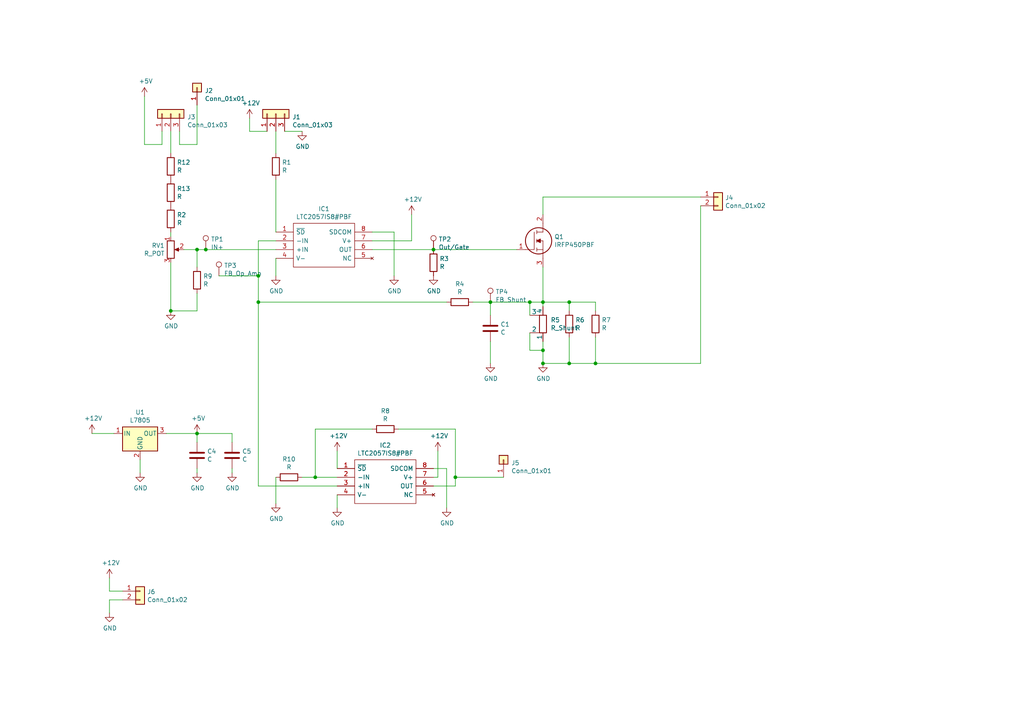
<source format=kicad_sch>
(kicad_sch (version 20211123) (generator eeschema)
  (paper "A4")
  (lib_symbols
    (symbol "Connector:TestPoint" (pin_numbers hide) (pin_names (offset 0.762) hide)
      (property "Reference" "TP" (at 0 6.858 0))
      (property "Value" "TestPoint" (at 0 5.08 0))
      (symbol "TestPoint_0_1"
        (circle (center 0 3.302) (radius 0.762))
      )
      (symbol "TestPoint_1_1"
        (pin passive line (at 0 0 90) (length 2.54) (name "1") (number "1"))
      )
    )
    (symbol "Connector_Generic:Conn_01x01" (pin_names (offset 1.016) hide)
      (property "Reference" "J" (at 0 2.54 0))
      (property "Value" "Conn_01x01" (at 0 -2.54 0))
      (symbol "Conn_01x01_1_1"
        (rectangle (start -1.27 0.127) (end 0 -0.127) (stroke (width 0.1524)))
        (rectangle (start -1.27 1.27) (end 1.27 -1.27) (stroke (width 0.254)) (fill (type background)))
        (pin passive line (at -5.08 0 0) (length 3.81) (name "Pin_1") (number "1"))
      )
    )
    (symbol "Connector_Generic:Conn_01x02" (pin_names (offset 1.016) hide)
      (property "Reference" "J" (at 0 2.54 0))
      (property "Value" "Conn_01x02" (at 0 -5.08 0))
      (symbol "Conn_01x02_1_1"
        (rectangle (start -1.27 -2.413) (end 0 -2.667) (stroke (width 0.1524)))
        (rectangle (start -1.27 0.127) (end 0 -0.127) (stroke (width 0.1524)))
        (rectangle (start -1.27 1.27) (end 1.27 -3.81) (stroke (width 0.254)) (fill (type background)))
        (pin passive line (at -5.08 0 0) (length 3.81) (name "Pin_1") (number "1"))
        (pin passive line (at -5.08 -2.54 0) (length 3.81) (name "Pin_2") (number "2"))
      )
    )
    (symbol "Connector_Generic:Conn_01x03" (pin_names (offset 1.016) hide)
      (property "Reference" "J" (at 0 5.08 0))
      (property "Value" "Conn_01x03" (at 0 -5.08 0))
      (symbol "Conn_01x03_1_1"
        (rectangle (start -1.27 -2.413) (end 0 -2.667) (stroke (width 0.1524)))
        (rectangle (start -1.27 0.127) (end 0 -0.127) (stroke (width 0.1524)))
        (rectangle (start -1.27 2.667) (end 0 2.413) (stroke (width 0.1524)))
        (rectangle (start -1.27 3.81) (end 1.27 -3.81) (stroke (width 0.254)) (fill (type background)))
        (pin passive line (at -5.08 2.54 0) (length 3.81) (name "Pin_1") (number "1"))
        (pin passive line (at -5.08 0 0) (length 3.81) (name "Pin_2") (number "2"))
        (pin passive line (at -5.08 -2.54 0) (length 3.81) (name "Pin_3") (number "3"))
      )
    )
    (symbol "Device:C" (pin_numbers hide) (pin_names (offset 0.254))
      (property "Reference" "C" (at 0.635 2.54 0))
      (property "Value" "C" (at 0.635 -2.54 0))
      (symbol "C_0_1"
        (polyline (pts (xy -2.032 -0.762) (xy 2.032 -0.762)) (stroke (width 0.508)))
        (polyline (pts (xy -2.032 0.762) (xy 2.032 0.762)) (stroke (width 0.508)))
      )
      (symbol "C_1_1"
        (pin passive line (at 0 3.81 270) (length 2.794) (name "~") (number "1"))
        (pin passive line (at 0 -3.81 90) (length 2.794) (name "~") (number "2"))
      )
    )
    (symbol "Device:R" (pin_numbers hide) (pin_names (offset 0))
      (property "Reference" "R" (at 2.032 0 90))
      (property "Value" "R" (at 0 0 90))
      (symbol "R_0_1"
        (rectangle (start -1.016 -2.54) (end 1.016 2.54) (stroke (width 0.254)))
      )
      (symbol "R_1_1"
        (pin passive line (at 0 3.81 270) (length 1.27) (name "~") (number "1"))
        (pin passive line (at 0 -3.81 90) (length 1.27) (name "~") (number "2"))
      )
    )
    (symbol "Device:R_POT" (pin_names (offset 1.016) hide)
      (property "Reference" "RV" (at -4.445 0 90))
      (property "Value" "Device_R_POT" (at -2.54 0 90))
      (symbol "R_POT_0_1"
        (polyline (pts (xy 2.54 0) (xy 1.524 0)))
        (polyline (pts (xy 1.143 0) (xy 2.286 0.508) (xy 2.286 -0.508) (xy 1.143 0)) (fill (type outline)))
        (rectangle (start 1.016 2.54) (end -1.016 -2.54) (stroke (width 0.254)))
      )
      (symbol "R_POT_1_1"
        (pin passive line (at 0 3.81 270) (length 1.27) (name "1") (number "1"))
        (pin passive line (at 3.81 0 180) (length 1.27) (name "2") (number "2"))
        (pin passive line (at 0 -3.81 90) (length 1.27) (name "3") (number "3"))
      )
    )
    (symbol "Device:R_Shunt" (pin_numbers hide) (pin_names (offset 0))
      (property "Reference" "R" (at -4.445 0 90))
      (property "Value" "R_Shunt" (at -2.54 0 90))
      (symbol "R_Shunt_0_1"
        (rectangle (start -1.016 -2.54) (end 1.016 2.54) (stroke (width 0.254)))
        (polyline (pts (xy 0 -2.54) (xy 1.27 -2.54)))
        (polyline (pts (xy 1.27 2.54) (xy 0 2.54)))
      )
      (symbol "R_Shunt_1_1"
        (pin passive line (at 0 5.08 270) (length 2.54) (name "1") (number "1"))
        (pin passive line (at 3.81 2.54 180) (length 2.54) (name "2") (number "2"))
        (pin passive line (at 3.81 -2.54 180) (length 2.54) (name "3") (number "3"))
        (pin passive line (at 0 -5.08 90) (length 2.54) (name "4") (number "4"))
      )
    )
    (symbol "Regulator_Linear:L7805" (pin_names (offset 0.254))
      (property "Reference" "U" (at -3.81 3.175 0))
      (property "Value" "L7805" (at 0 3.175 0))
      (symbol "L7805_0_1"
        (rectangle (start -5.08 1.905) (end 5.08 -5.08) (stroke (width 0.254)) (fill (type background)))
      )
      (symbol "L7805_1_1"
        (pin power_in line (at -7.62 0 0) (length 2.54) (name "IN") (number "1"))
        (pin power_in line (at 0 -7.62 90) (length 2.54) (name "GND") (number "2"))
        (pin power_out line (at 7.62 0 180) (length 2.54) (name "OUT") (number "3"))
      )
    )
    (symbol "SamacSys_Parts:IRFP450PBF" (pin_names (offset 0.762))
      (property "Reference" "Q" (at 11.43 3.81 0))
      (property "Value" "SamacSys_Parts_IRFP450PBF" (at 11.43 1.27 0))
      (symbol "IRFP450PBF_0_0"
        (pin passive line (at 0 0 0) (length 2.54) (name "~") (number "1"))
        (pin passive line (at 7.62 10.16 270) (length 2.54) (name "~") (number "2"))
        (pin passive line (at 7.62 -5.08 90) (length 2.54) (name "~") (number "3"))
      )
      (symbol "IRFP450PBF_0_1"
        (polyline (pts (xy 5.842 -0.508) (xy 5.842 0.508)) (stroke (width 0.1524)))
        (polyline (pts (xy 5.842 0) (xy 7.62 0)) (stroke (width 0.1524)))
        (polyline (pts (xy 5.842 2.032) (xy 5.842 3.048)) (stroke (width 0.1524)))
        (polyline (pts (xy 5.842 5.588) (xy 5.842 4.572)) (stroke (width 0.1524)))
        (polyline (pts (xy 7.62 2.54) (xy 5.842 2.54)) (stroke (width 0.1524)))
        (polyline (pts (xy 7.62 2.54) (xy 7.62 -2.54)) (stroke (width 0.1524)))
        (polyline (pts (xy 7.62 5.08) (xy 5.842 5.08)) (stroke (width 0.1524)))
        (polyline (pts (xy 7.62 5.08) (xy 7.62 7.62)) (stroke (width 0.1524)))
        (polyline (pts (xy 2.54 0) (xy 5.08 0) (xy 5.08 5.08)) (stroke (width 0.1524)))
        (polyline (pts (xy 5.842 2.54) (xy 6.858 3.048) (xy 6.858 2.032) (xy 5.842 2.54)) (stroke (width 0.254)) (fill (type outline)))
        (circle (center 6.35 2.54) (radius 3.81) (stroke (width 0.254)))
      )
    )
    (symbol "SamacSys_Parts:LTC2057IS8#PBF" (pin_names (offset 0.762))
      (property "Reference" "IC" (at 24.13 7.62 0))
      (property "Value" "SamacSys_Parts_LTC2057IS8#PBF" (at 24.13 5.08 0))
      (symbol "LTC2057IS8#PBF_0_0"
        (pin passive line (at 0 0 0) (length 5.08) (name "~{SD}") (number "1"))
        (pin passive line (at 0 -2.54 0) (length 5.08) (name "-IN") (number "2"))
        (pin passive line (at 0 -5.08 0) (length 5.08) (name "+IN") (number "3"))
        (pin passive line (at 0 -7.62 0) (length 5.08) (name "V-") (number "4"))
        (pin no_connect line (at 27.94 -7.62 180) (length 5.08) (name "NC") (number "5"))
        (pin passive line (at 27.94 -5.08 180) (length 5.08) (name "OUT") (number "6"))
        (pin passive line (at 27.94 -2.54 180) (length 5.08) (name "V+") (number "7"))
        (pin passive line (at 27.94 0 180) (length 5.08) (name "SDCOM") (number "8"))
      )
      (symbol "LTC2057IS8#PBF_0_1"
        (polyline (pts (xy 5.08 2.54) (xy 22.86 2.54) (xy 22.86 -10.16) (xy 5.08 -10.16) (xy 5.08 2.54)) (stroke (width 0.1524)))
      )
    )
    (symbol "power:+12V" (power) (pin_names (offset 0))
      (property "Value" "+12V" (at 0 3.556 0))
      (symbol "+12V_0_1"
        (polyline (pts (xy -0.762 1.27) (xy 0 2.54)))
        (polyline (pts (xy 0 0) (xy 0 2.54)))
        (polyline (pts (xy 0 2.54) (xy 0.762 1.27)))
      )
      (symbol "+12V_1_1"
        (pin power_in line (at 0 0 90) (length 0) hide (name "+12V") (number "1"))
      )
    )
    (symbol "power:+5V" (power) (pin_names (offset 0))
      (property "Value" "+5V" (at 0 3.556 0))
      (symbol "+5V_0_1"
        (polyline (pts (xy -0.762 1.27) (xy 0 2.54)))
        (polyline (pts (xy 0 0) (xy 0 2.54)))
        (polyline (pts (xy 0 2.54) (xy 0.762 1.27)))
      )
      (symbol "+5V_1_1"
        (pin power_in line (at 0 0 90) (length 0) hide (name "+5V") (number "1"))
      )
    )
    (symbol "power:GND" (power) (pin_names (offset 0))
      (property "Value" "GND" (at 0 -3.81 0))
      (symbol "GND_0_1"
        (polyline (pts (xy 0 0) (xy 0 -1.27) (xy 1.27 -1.27) (xy 0 -2.54) (xy -1.27 -1.27) (xy 0 -1.27)))
      )
      (symbol "GND_1_1"
        (pin power_in line (at 0 0 270) (length 0) hide (name "GND") (number "1"))
      )
    )
  )
  (junction (at 74.93 80.01))
  (junction (at 59.69 72.39))
  (junction (at 172.72 105.41))
  (junction (at 57.15 125.73))
  (junction (at 157.48 101.6))
  (junction (at 57.15 72.39))
  (junction (at 125.73 72.39))
  (junction (at 91.44 138.43))
  (junction (at 165.1 105.41))
  (junction (at 165.1 87.63))
  (junction (at 49.53 90.17))
  (junction (at 74.93 87.63))
  (junction (at 153.67 87.63))
  (junction (at 157.48 105.41))
  (junction (at 157.48 87.63))
  (junction (at 142.24 87.63))
  (junction (at 132.08 138.43))
  (wire (pts (xy 125.73 135.89) (xy 129.54 135.89)))
  (wire (pts (xy 74.93 87.63) (xy 74.93 140.97)))
  (wire (pts (xy 153.67 87.63) (xy 157.48 87.63)))
  (wire (pts (xy 46.99 41.91) (xy 46.99 38.1)))
  (wire (pts (xy 165.1 105.41) (xy 165.1 97.79)))
  (wire (pts (xy 31.75 171.45) (xy 35.56 171.45)))
  (wire (pts (xy 72.39 38.1) (xy 77.47 38.1)))
  (wire (pts (xy 114.3 80.01) (xy 114.3 67.31)))
  (wire (pts (xy 157.48 101.6) (xy 157.48 105.41)))
  (wire (pts (xy 52.07 38.1) (xy 52.07 41.91)))
  (wire (pts (xy 57.15 72.39) (xy 59.69 72.39)))
  (wire (pts (xy 80.01 38.1) (xy 80.01 44.45)))
  (wire (pts (xy 57.15 125.73) (xy 67.31 125.73)))
  (wire (pts (xy 80.01 80.01) (xy 80.01 74.93)))
  (wire (pts (xy 142.24 91.44) (xy 142.24 87.63)))
  (wire (pts (xy 49.53 38.1) (xy 49.53 44.45)))
  (wire (pts (xy 119.38 62.23) (xy 119.38 69.85)))
  (wire (pts (xy 74.93 140.97) (xy 97.79 140.97)))
  (wire (pts (xy 82.55 38.1) (xy 87.63 38.1)))
  (wire (pts (xy 97.79 143.51) (xy 97.79 147.32)))
  (wire (pts (xy 40.64 133.35) (xy 40.64 137.16)))
  (wire (pts (xy 52.07 41.91) (xy 57.15 41.91)))
  (wire (pts (xy 33.02 125.73) (xy 26.67 125.73)))
  (wire (pts (xy 67.31 125.73) (xy 67.31 128.27)))
  (wire (pts (xy 49.53 67.31) (xy 49.53 68.58)))
  (wire (pts (xy 165.1 105.41) (xy 172.72 105.41)))
  (wire (pts (xy 132.08 138.43) (xy 146.05 138.43)))
  (wire (pts (xy 132.08 124.46) (xy 132.08 138.43)))
  (wire (pts (xy 57.15 128.27) (xy 57.15 125.73)))
  (wire (pts (xy 157.48 105.41) (xy 165.1 105.41)))
  (wire (pts (xy 142.24 87.63) (xy 153.67 87.63)))
  (wire (pts (xy 91.44 138.43) (xy 91.44 124.46)))
  (wire (pts (xy 41.91 27.94) (xy 41.91 41.91)))
  (wire (pts (xy 203.2 57.15) (xy 157.48 57.15)))
  (wire (pts (xy 115.57 124.46) (xy 132.08 124.46)))
  (wire (pts (xy 127 138.43) (xy 125.73 138.43)))
  (wire (pts (xy 165.1 87.63) (xy 165.1 90.17)))
  (wire (pts (xy 142.24 87.63) (xy 137.16 87.63)))
  (wire (pts (xy 165.1 87.63) (xy 172.72 87.63)))
  (wire (pts (xy 57.15 77.47) (xy 57.15 72.39)))
  (wire (pts (xy 57.15 90.17) (xy 49.53 90.17)))
  (wire (pts (xy 157.48 99.06) (xy 157.48 101.6)))
  (wire (pts (xy 74.93 80.01) (xy 74.93 87.63)))
  (wire (pts (xy 119.38 69.85) (xy 107.95 69.85)))
  (wire (pts (xy 80.01 69.85) (xy 74.93 69.85)))
  (wire (pts (xy 74.93 69.85) (xy 74.93 80.01)))
  (wire (pts (xy 80.01 52.07) (xy 80.01 67.31)))
  (wire (pts (xy 203.2 105.41) (xy 203.2 59.69)))
  (wire (pts (xy 35.56 173.99) (xy 31.75 173.99)))
  (wire (pts (xy 41.91 41.91) (xy 46.99 41.91)))
  (wire (pts (xy 57.15 135.89) (xy 57.15 137.16)))
  (wire (pts (xy 157.48 87.63) (xy 165.1 87.63)))
  (wire (pts (xy 67.31 135.89) (xy 67.31 137.16)))
  (wire (pts (xy 80.01 138.43) (xy 80.01 146.05)))
  (wire (pts (xy 91.44 124.46) (xy 107.95 124.46)))
  (wire (pts (xy 59.69 72.39) (xy 80.01 72.39)))
  (wire (pts (xy 97.79 130.81) (xy 97.79 135.89)))
  (wire (pts (xy 157.48 77.47) (xy 157.48 87.63)))
  (wire (pts (xy 57.15 85.09) (xy 57.15 90.17)))
  (wire (pts (xy 57.15 41.91) (xy 57.15 30.48)))
  (wire (pts (xy 125.73 72.39) (xy 149.86 72.39)))
  (wire (pts (xy 114.3 67.31) (xy 107.95 67.31)))
  (wire (pts (xy 57.15 72.39) (xy 53.34 72.39)))
  (wire (pts (xy 125.73 140.97) (xy 132.08 140.97)))
  (wire (pts (xy 157.48 87.63) (xy 157.48 88.9)))
  (wire (pts (xy 63.5 80.01) (xy 74.93 80.01)))
  (wire (pts (xy 127 130.81) (xy 127 138.43)))
  (wire (pts (xy 157.48 57.15) (xy 157.48 62.23)))
  (wire (pts (xy 153.67 101.6) (xy 157.48 101.6)))
  (wire (pts (xy 48.26 125.73) (xy 57.15 125.73)))
  (wire (pts (xy 153.67 96.52) (xy 153.67 101.6)))
  (wire (pts (xy 172.72 105.41) (xy 203.2 105.41)))
  (wire (pts (xy 49.53 76.2) (xy 49.53 90.17)))
  (wire (pts (xy 129.54 135.89) (xy 129.54 147.32)))
  (wire (pts (xy 91.44 138.43) (xy 97.79 138.43)))
  (wire (pts (xy 172.72 87.63) (xy 172.72 90.17)))
  (wire (pts (xy 87.63 138.43) (xy 91.44 138.43)))
  (wire (pts (xy 107.95 72.39) (xy 125.73 72.39)))
  (wire (pts (xy 74.93 87.63) (xy 129.54 87.63)))
  (wire (pts (xy 172.72 105.41) (xy 172.72 97.79)))
  (wire (pts (xy 132.08 140.97) (xy 132.08 138.43)))
  (wire (pts (xy 31.75 173.99) (xy 31.75 177.8)))
  (wire (pts (xy 142.24 105.41) (xy 142.24 99.06)))
  (wire (pts (xy 72.39 34.29) (xy 72.39 38.1)))
  (wire (pts (xy 31.75 167.64) (xy 31.75 171.45)))
  (wire (pts (xy 153.67 91.44) (xy 153.67 87.63)))
  (symbol (lib_id "Device:R") (at 125.73 76.2 0) (unit 1)
    (property "Reference" "R3" (at 127.508 75.0316 0) (effects (justify left)))
    (property "Value" "R" (at 127.508 77.343 0) (effects (justify left)))
    (property "Footprint" "Leiterplatte:R_0207_Axial_1206_SMD_Mix" (effects hide))
  )
  (symbol (lib_id "Device:R") (at 165.1 93.98 0) (unit 1)
    (property "Reference" "R6" (at 166.878 92.8116 0) (effects (justify left)))
    (property "Value" "R" (at 166.878 95.123 0) (effects (justify left)))
    (property "Footprint" "Resistor_SMD:R_2816_7142Metric_Pad3.20x4.45mm_HandSolder" (effects hide))
  )
  (symbol (lib_id "Device:R") (at 172.72 93.98 0) (unit 1)
    (property "Reference" "R7" (at 174.498 92.8116 0) (effects (justify left)))
    (property "Value" "R" (at 174.498 95.123 0) (effects (justify left)))
    (property "Footprint" "Leiterplatte:R_0207_Axial_1206_SMD_Mix" (effects hide))
  )
  (symbol (lib_id "Device:R_POT") (at 49.53 72.39 0) (unit 1)
    (property "Reference" "RV1" (at 47.7774 71.2216 0) (effects (justify right)))
    (property "Value" "R_POT" (at 47.7774 73.533 0) (effects (justify right)))
    (property "Footprint" "Potentiometer_THT:Potentiometer_Alpha_RD901F-40-00D_Single_Vertical_CircularHoles" (effects hide))
  )
  (symbol (lib_id "Device:R") (at 49.53 63.5 0) (unit 1)
    (property "Reference" "R2" (at 51.308 62.3316 0) (effects (justify left)))
    (property "Value" "R" (at 51.308 64.643 0) (effects (justify left)))
    (property "Footprint" "Leiterplatte:R_0207_Axial_1206_SMD_Mix" (effects hide))
  )
  (symbol (lib_id "Connector_Generic:Conn_01x03") (at 49.53 33.02 90) (unit 1)
    (property "Reference" "J3" (at 54.3052 33.9344 90) (effects (justify right)))
    (property "Value" "Conn_01x03" (at 54.3052 36.2458 90) (effects (justify right)))
    (property "Footprint" "Connector_PinHeader_2.54mm:PinHeader_1x03_P2.54mm_Vertical" (effects hide))
  )
  (symbol (lib_id "Connector_Generic:Conn_01x01") (at 57.15 25.4 90) (unit 1)
    (property "Reference" "J2" (at 59.3852 26.3144 90) (effects (justify right)))
    (property "Value" "Conn_01x01" (at 59.3852 28.6258 90) (effects (justify right)))
    (property "Footprint" "Connector:Banana_Jack_1Pin" (effects hide))
  )
  (symbol (lib_id "Device:R_Shunt") (at 157.48 93.98 180) (unit 1)
    (property "Reference" "R5" (at 159.7152 92.8116 0) (effects (justify right)))
    (property "Value" "R_Shunt" (at 159.7152 95.123 0) (effects (justify right)))
    (property "Footprint" "Rothe_Lib:PBV_Shunt" (effects hide))
  )
  (symbol (lib_id "power:+5V") (at 41.91 27.94 0) (unit 1)
    (property "Reference" "#PWR03" (effects hide))
    (property "Value" "+5V" (at 42.291 23.5458 0))
  )
  (symbol (lib_id "Connector_Generic:Conn_01x02") (at 208.28 57.15 0) (unit 1)
    (property "Reference" "J4" (at 210.312 57.3532 0) (effects (justify left)))
    (property "Value" "Conn_01x02" (at 210.312 59.6646 0) (effects (justify left)))
    (property "Footprint" "Connector:Banana_Jack_2Pin" (effects hide))
  )
  (symbol (lib_id "power:GND") (at 125.73 80.01 0) (unit 1)
    (property "Reference" "#PWR07" (effects hide))
    (property "Value" "GND" (at 125.857 84.4042 0))
  )
  (symbol (lib_id "power:GND") (at 157.48 105.41 0) (unit 1)
    (property "Reference" "#PWR010" (effects hide))
    (property "Value" "GND" (at 157.607 109.8042 0))
  )
  (symbol (lib_id "Device:C") (at 142.24 95.25 0) (unit 1)
    (property "Reference" "C1" (at 145.161 94.0816 0) (effects (justify left)))
    (property "Value" "C" (at 145.161 96.393 0) (effects (justify left)))
    (property "Footprint" "Capacitor_SMD:C_1206_3216Metric_Pad1.33x1.80mm_HandSolder" (effects hide))
  )
  (symbol (lib_id "power:GND") (at 142.24 105.41 0) (unit 1)
    (property "Reference" "#PWR09" (effects hide))
    (property "Value" "GND" (at 142.367 109.8042 0))
  )
  (symbol (lib_id "Device:R") (at 133.35 87.63 90) (unit 1)
    (property "Reference" "R4" (at 133.35 82.3722 90))
    (property "Value" "R" (at 133.35 84.6836 90))
    (property "Footprint" "Leiterplatte:R_0207_Axial_1206_SMD_Mix" (effects hide))
  )
  (symbol (lib_id "Connector_Generic:Conn_01x02") (at 40.64 171.45 0) (unit 1)
    (property "Reference" "J6" (at 42.672 171.6532 0) (effects (justify left)))
    (property "Value" "Conn_01x02" (at 42.672 173.9646 0) (effects (justify left)))
    (property "Footprint" "Connector:Banana_Jack_2Pin" (effects hide))
  )
  (symbol (lib_id "power:GND") (at 49.53 90.17 0) (unit 1)
    (property "Reference" "#PWR08" (effects hide))
    (property "Value" "GND" (at 49.657 94.5642 0))
  )
  (symbol (lib_id "power:+12V") (at 31.75 167.64 0) (unit 1)
    (property "Reference" "#PWR022" (effects hide))
    (property "Value" "+12V" (at 32.131 163.2458 0))
  )
  (symbol (lib_id "power:GND") (at 31.75 177.8 0) (unit 1)
    (property "Reference" "#PWR024" (effects hide))
    (property "Value" "GND" (at 31.877 182.1942 0))
  )
  (symbol (lib_id "power:GND") (at 80.01 80.01 0) (unit 1)
    (property "Reference" "#PWR05" (effects hide))
    (property "Value" "GND" (at 80.137 84.4042 0))
  )
  (symbol (lib_id "Device:R") (at 80.01 48.26 0) (unit 1)
    (property "Reference" "R1" (at 81.788 47.0916 0) (effects (justify left)))
    (property "Value" "R" (at 81.788 49.403 0) (effects (justify left)))
    (property "Footprint" "Leiterplatte:R_0207_Axial_1206_SMD_Mix" (effects hide))
  )
  (symbol (lib_id "Connector_Generic:Conn_01x03") (at 80.01 33.02 90) (unit 1)
    (property "Reference" "J1" (at 84.7852 33.9344 90) (effects (justify right)))
    (property "Value" "Conn_01x03" (at 84.7852 36.2458 90) (effects (justify right)))
    (property "Footprint" "Connector_PinHeader_2.54mm:PinHeader_1x03_P2.54mm_Vertical" (effects hide))
  )
  (symbol (lib_id "power:GND") (at 87.63 38.1 0) (unit 1)
    (property "Reference" "#PWR02" (effects hide))
    (property "Value" "GND" (at 87.757 42.4942 0))
  )
  (symbol (lib_id "SamacSys_Parts:LTC2057IS8#PBF") (at 80.01 67.31 0) (unit 1)
    (property "Reference" "IC1" (at 93.98 60.579 0))
    (property "Value" "LTC2057IS8#PBF" (at 93.98 62.8904 0))
    (property "Footprint" "SOIC127P599X175-8N" (effects hide))
    (property "Datasheet" "http://cds.linear.com/docs/en/datasheet/2057f.pdf" (effects hide))
    (property "Description" "LINEAR TECHNOLOGY - LTC2057IS8#PBF - OP, AMP, 1.5MHZ, 0.45V/US, SOIC-8" (effects hide))
    (property "Height" "1.752" (effects hide))
    (property "Manufacturer_Name" "Linear Technology" (effects hide))
    (property "Manufacturer_Part_Number" "LTC2057IS8#PBF" (effects hide))
    (property "Mouser Part Number" "584-LTC2057IS8#PBF" (effects hide))
    (property "Mouser Price/Stock" "https://www.mouser.co.uk/ProductDetail/Analog-Devices-Linear-Technology/LTC2057IS8PBF?qs=hVkxg5c3xu96mZ%252BCpnMNfA%3D%3D" (effects hide))
  )
  (symbol (lib_id "SamacSys_Parts:IRFP450PBF") (at 149.86 72.39 0) (unit 1)
    (property "Reference" "Q1" (at 160.782 68.6816 0) (effects (justify left)))
    (property "Value" "IRFP450PBF" (at 160.782 70.993 0) (effects (justify left)))
    (property "Footprint" "TO544P521X1568X2486-3P" (effects hide))
    (property "Datasheet" "https://componentsearchengine.com/Datasheets/1/IRFP450PBF.pdf" (effects hide))
    (property "Description" "MOSFET N-CH  500V HEXFET MOSFET" (effects hide))
    (property "Height" "5.21" (effects hide))
    (property "Manufacturer_Name" "Vishay" (effects hide))
    (property "Manufacturer_Part_Number" "IRFP450PBF" (effects hide))
    (property "Mouser Part Number" "844-IRFP450PBF" (effects hide))
    (property "Mouser Price/Stock" "https://www.mouser.co.uk/ProductDetail/Vishay-Semiconductors/IRFP450PBF?qs=%2FRKvNCQzLu32BHA6dh2QOQ%3D%3D" (effects hide))
    (property "Arrow Part Number" "IRFP450PBF" (effects hide))
    (property "Arrow Price/Stock" "https://www.arrow.com/en/products/irfp450pbf/vishay" (effects hide))
  )
  (symbol (lib_id "power:+12V") (at 119.38 62.23 0) (unit 1)
    (property "Reference" "#PWR04" (effects hide))
    (property "Value" "+12V" (at 119.761 57.8358 0))
  )
  (symbol (lib_id "power:+12V") (at 72.39 34.29 0) (unit 1)
    (property "Reference" "#PWR01" (effects hide))
    (property "Value" "+12V" (at 72.771 29.8958 0))
  )
  (symbol (lib_id "power:GND") (at 114.3 80.01 0) (unit 1)
    (property "Reference" "#PWR06" (effects hide))
    (property "Value" "GND" (at 114.427 84.4042 0))
  )
  (symbol (lib_id "Connector:TestPoint") (at 125.73 72.39 0) (unit 1)
    (property "Reference" "TP2" (at 127.2032 69.3928 0) (effects (justify left)))
    (property "Value" "Out/Gate" (at 127.2032 71.7042 0) (effects (justify left)))
    (property "Footprint" "TestPoint:TestPoint_2Pads_Pitch2.54mm_Drill0.8mm" (effects hide))
  )
  (symbol (lib_id "Connector:TestPoint") (at 142.24 87.63 0) (unit 1)
    (property "Reference" "TP4" (at 143.7132 84.6328 0) (effects (justify left)))
    (property "Value" "FB_Shunt" (at 143.7132 86.9442 0) (effects (justify left)))
    (property "Footprint" "TestPoint:TestPoint_2Pads_Pitch2.54mm_Drill0.8mm" (effects hide))
  )
  (symbol (lib_id "Connector:TestPoint") (at 59.69 72.39 0) (unit 1)
    (property "Reference" "TP1" (at 61.1632 69.3928 0) (effects (justify left)))
    (property "Value" "IN+" (at 61.1632 71.7042 0) (effects (justify left)))
    (property "Footprint" "TestPoint:TestPoint_2Pads_Pitch2.54mm_Drill0.8mm" (effects hide))
  )
  (symbol (lib_id "Connector:TestPoint") (at 63.5 80.01 0) (unit 1)
    (property "Reference" "TP3" (at 64.9732 77.0128 0) (effects (justify left)))
    (property "Value" "FB_Op_Amp" (at 64.9732 79.3242 0) (effects (justify left)))
    (property "Footprint" "TestPoint:TestPoint_2Pads_Pitch2.54mm_Drill0.8mm" (effects hide))
  )
  (symbol (lib_id "Device:R") (at 49.53 55.88 0) (unit 1)
    (property "Reference" "R13" (at 51.308 54.7116 0) (effects (justify left)))
    (property "Value" "R" (at 51.308 57.023 0) (effects (justify left)))
    (property "Footprint" "Leiterplatte:R_0207_Axial_1206_SMD_Mix" (effects hide))
  )
  (symbol (lib_id "Device:R") (at 49.53 48.26 0) (unit 1)
    (property "Reference" "R12" (at 51.308 47.0916 0) (effects (justify left)))
    (property "Value" "R" (at 51.308 49.403 0) (effects (justify left)))
    (property "Footprint" "Leiterplatte:R_0207_Axial_1206_SMD_Mix" (effects hide))
  )
  (symbol (lib_id "SamacSys_Parts:LTC2057IS8#PBF") (at 97.79 135.89 0) (unit 1)
    (property "Reference" "IC2" (at 111.76 129.159 0))
    (property "Value" "LTC2057IS8#PBF" (at 111.76 131.4704 0))
    (property "Footprint" "SOIC127P599X175-8N" (effects hide))
    (property "Datasheet" "http://cds.linear.com/docs/en/datasheet/2057f.pdf" (effects hide))
    (property "Description" "LINEAR TECHNOLOGY - LTC2057IS8#PBF - OP, AMP, 1.5MHZ, 0.45V/US, SOIC-8" (effects hide))
    (property "Height" "1.752" (effects hide))
    (property "Manufacturer_Name" "Linear Technology" (effects hide))
    (property "Manufacturer_Part_Number" "LTC2057IS8#PBF" (effects hide))
    (property "Mouser Part Number" "584-LTC2057IS8#PBF" (effects hide))
    (property "Mouser Price/Stock" "https://www.mouser.co.uk/ProductDetail/Analog-Devices-Linear-Technology/LTC2057IS8PBF?qs=hVkxg5c3xu96mZ%252BCpnMNfA%3D%3D" (effects hide))
  )
  (symbol (lib_id "Device:R") (at 111.76 124.46 90) (unit 1)
    (property "Reference" "R8" (at 111.76 119.2022 90))
    (property "Value" "R" (at 111.76 121.5136 90))
    (property "Footprint" "Leiterplatte:R_0207_Axial_1206_SMD_Mix" (effects hide))
  )
  (symbol (lib_id "Device:R") (at 83.82 138.43 90) (unit 1)
    (property "Reference" "R10" (at 83.82 133.1722 90))
    (property "Value" "R" (at 83.82 135.4836 90))
    (property "Footprint" "Leiterplatte:R_0207_Axial_1206_SMD_Mix" (effects hide))
  )
  (symbol (lib_id "Connector_Generic:Conn_01x01") (at 146.05 133.35 90) (unit 1)
    (property "Reference" "J5" (at 148.2852 134.2644 90) (effects (justify right)))
    (property "Value" "Conn_01x01" (at 148.2852 136.5758 90) (effects (justify right)))
    (property "Footprint" "Connector:Banana_Jack_1Pin" (effects hide))
  )
  (symbol (lib_id "power:GND") (at 129.54 147.32 0) (unit 1)
    (property "Reference" "#PWR017" (effects hide))
    (property "Value" "GND" (at 129.667 151.7142 0))
  )
  (symbol (lib_id "power:+12V") (at 127 130.81 0) (unit 1)
    (property "Reference" "#PWR012" (effects hide))
    (property "Value" "+12V" (at 127.381 126.4158 0))
  )
  (symbol (lib_id "power:+12V") (at 97.79 130.81 0) (unit 1)
    (property "Reference" "#PWR011" (effects hide))
    (property "Value" "+12V" (at 98.171 126.4158 0))
  )
  (symbol (lib_id "Regulator_Linear:L7805") (at 40.64 125.73 0) (unit 1)
    (property "Reference" "U1" (at 40.64 119.5832 0))
    (property "Value" "L7805" (at 40.64 121.8946 0))
    (property "Footprint" "Package_TO_SOT_THT:TO-220-3_Horizontal_TabDown" (effects hide))
    (property "Datasheet" "http://www.st.com/content/ccc/resource/technical/document/datasheet/41/4f/b3/b0/12/d4/47/88/CD00000444.pdf/files/CD00000444.pdf/jcr:content/translations/en.CD00000444.pdf" (effects hide))
  )
  (symbol (lib_id "power:+5V") (at 57.15 125.73 0) (unit 1)
    (property "Reference" "#PWR030" (effects hide))
    (property "Value" "+5V" (at 57.531 121.3358 0))
  )
  (symbol (lib_id "power:+12V") (at 26.67 125.73 0) (unit 1)
    (property "Reference" "#PWR029" (effects hide))
    (property "Value" "+12V" (at 27.051 121.3358 0))
  )
  (symbol (lib_id "power:GND") (at 40.64 137.16 0) (unit 1)
    (property "Reference" "#PWR031" (effects hide))
    (property "Value" "GND" (at 40.767 141.5542 0))
  )
  (symbol (lib_id "Device:C") (at 57.15 132.08 0) (unit 1)
    (property "Reference" "C4" (at 60.071 130.9116 0) (effects (justify left)))
    (property "Value" "C" (at 60.071 133.223 0) (effects (justify left)))
    (property "Footprint" "Capacitor_SMD:C_1206_3216Metric_Pad1.33x1.80mm_HandSolder" (effects hide))
  )
  (symbol (lib_id "Device:C") (at 67.31 132.08 0) (unit 1)
    (property "Reference" "C5" (at 70.231 130.9116 0) (effects (justify left)))
    (property "Value" "C" (at 70.231 133.223 0) (effects (justify left)))
    (property "Footprint" "Capacitor_SMD:C_1206_3216Metric_Pad1.33x1.80mm_HandSolder" (effects hide))
  )
  (symbol (lib_id "power:GND") (at 57.15 137.16 0) (unit 1)
    (property "Reference" "#PWR032" (effects hide))
    (property "Value" "GND" (at 57.277 141.5542 0))
  )
  (symbol (lib_id "power:GND") (at 67.31 137.16 0) (unit 1)
    (property "Reference" "#PWR033" (effects hide))
    (property "Value" "GND" (at 67.437 141.5542 0))
  )
  (symbol (lib_id "power:GND") (at 97.79 147.32 0) (unit 1)
    (property "Reference" "#PWR0101" (effects hide))
    (property "Value" "GND" (at 97.917 151.7142 0))
  )
  (symbol (lib_id "power:GND") (at 80.01 146.05 0) (unit 1)
    (property "Reference" "#PWR0102" (effects hide))
    (property "Value" "GND" (at 80.137 150.4442 0))
  )
  (symbol (lib_id "Device:R") (at 57.15 81.28 0) (unit 1)
    (property "Reference" "R9" (at 58.928 80.1116 0) (effects (justify left)))
    (property "Value" "R" (at 58.928 82.423 0) (effects (justify left)))
    (property "Footprint" "Rothe_Lib:R_0207_Axial_1206_SMD_Mix" (effects hide))
  )
)
</source>
